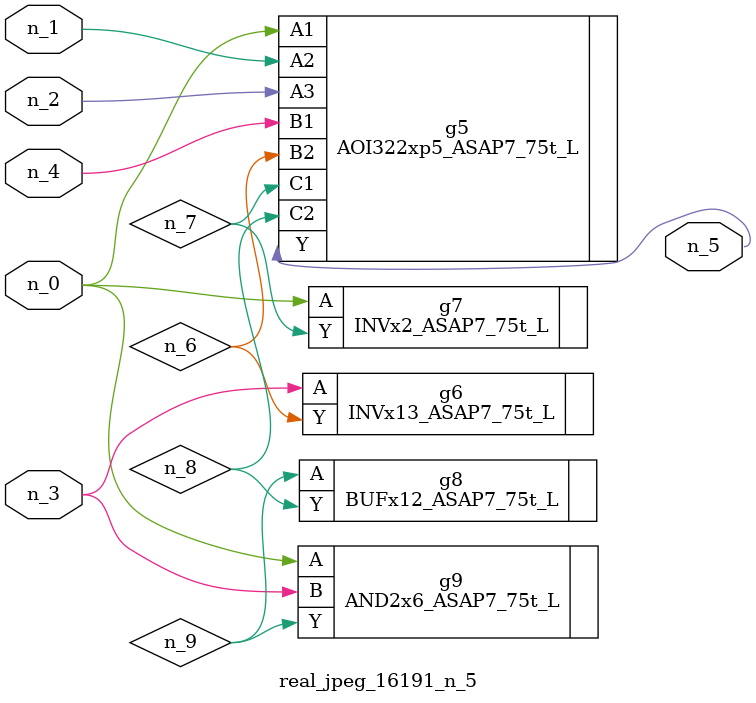
<source format=v>
module real_jpeg_16191_n_5 (n_4, n_0, n_1, n_2, n_3, n_5);

input n_4;
input n_0;
input n_1;
input n_2;
input n_3;

output n_5;

wire n_8;
wire n_6;
wire n_7;
wire n_9;

AOI322xp5_ASAP7_75t_L g5 ( 
.A1(n_0),
.A2(n_1),
.A3(n_2),
.B1(n_4),
.B2(n_6),
.C1(n_7),
.C2(n_8),
.Y(n_5)
);

INVx2_ASAP7_75t_L g7 ( 
.A(n_0),
.Y(n_7)
);

AND2x6_ASAP7_75t_L g9 ( 
.A(n_0),
.B(n_3),
.Y(n_9)
);

INVx13_ASAP7_75t_L g6 ( 
.A(n_3),
.Y(n_6)
);

BUFx12_ASAP7_75t_L g8 ( 
.A(n_9),
.Y(n_8)
);


endmodule
</source>
